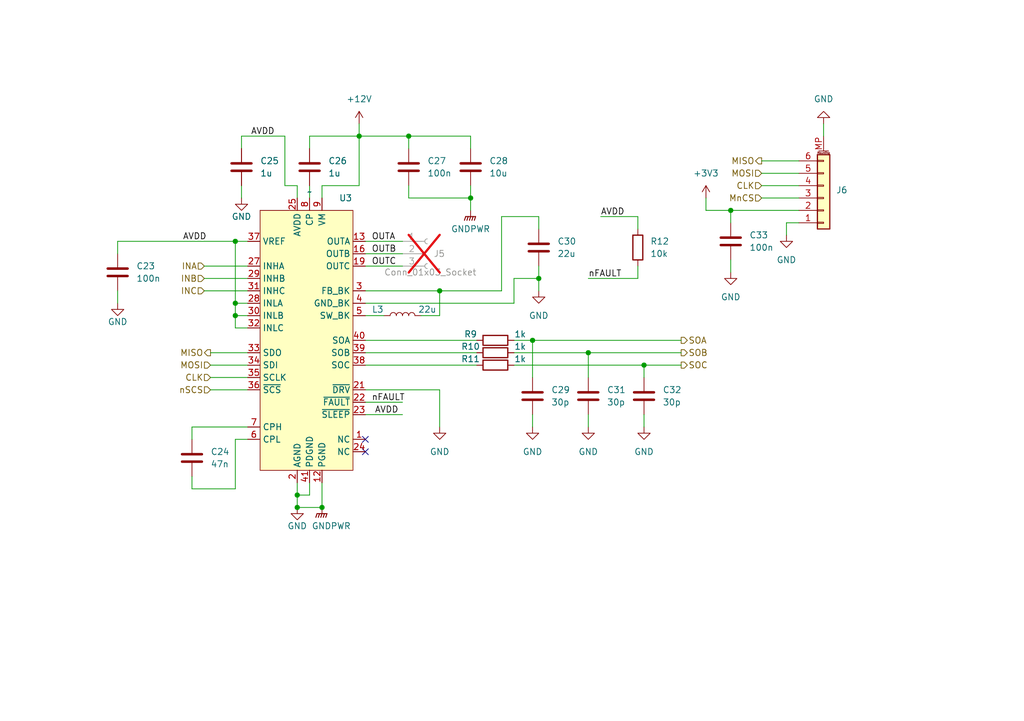
<source format=kicad_sch>
(kicad_sch (version 20231120) (generator "eeschema") (generator_version "8.0")
  (paper "A5")
  (lib_symbols
    (symbol "Connector:Conn_01x03_Socket" (pin_names (offset 1.016) hide)
      (property "Reference" "J" (at 0 5.08 0))
      (property "Value" "Conn_01x03_Socket" (at 0 -5.08 0))
      (symbol "Conn_01x03_Socket_1_1"
        (arc (start 0 -2.032) (mid -0.5058 -2.54) (end 0 -3.048) (stroke (width 0.1524)))
        (polyline (pts (xy -1.27 -2.54) (xy -0.508 -2.54)) (stroke (width 0.1524)))
        (polyline (pts (xy -1.27 0) (xy -0.508 0)) (stroke (width 0.1524)))
        (polyline (pts (xy -1.27 2.54) (xy -0.508 2.54)) (stroke (width 0.1524)))
        (arc (start 0 0.508) (mid -0.5058 0) (end 0 -0.508) (stroke (width 0.1524)))
        (arc (start 0 3.048) (mid -0.5058 2.54) (end 0 2.032) (stroke (width 0.1524)))
        (pin passive line (at -5.08 2.54 0) (length 3.81) (name "Pin_1") (number "1"))
        (pin passive line (at -5.08 0 0) (length 3.81) (name "Pin_2") (number "2"))
        (pin passive line (at -5.08 -2.54 0) (length 3.81) (name "Pin_3") (number "3"))
      )
    )
    (symbol "Connector_Generic_MountingPin:Conn_01x06_MountingPin" (pin_names (offset 1.016) hide)
      (property "Reference" "J" (at 0 7.62 0))
      (property "Value" "Conn_01x06_MountingPin" (at 1.27 -10.16 0))
      (symbol "Conn_01x06_MountingPin_1_1"
        (rectangle (start -1.27 -7.493) (end 0 -7.747) (stroke (width 0.1524)))
        (rectangle (start -1.27 -4.953) (end 0 -5.207) (stroke (width 0.1524)))
        (rectangle (start -1.27 -2.413) (end 0 -2.667) (stroke (width 0.1524)))
        (rectangle (start -1.27 0.127) (end 0 -0.127) (stroke (width 0.1524)))
        (rectangle (start -1.27 2.667) (end 0 2.413) (stroke (width 0.1524)))
        (rectangle (start -1.27 5.207) (end 0 4.953) (stroke (width 0.1524)))
        (rectangle (start -1.27 6.35) (end 1.27 -8.89) (stroke (width 0.254)) (fill (type background)))
        (polyline (pts (xy -1.016 -9.652) (xy 1.016 -9.652)) (stroke (width 0.1524)))
        (text "Mounting" (at 0 -9.271 0) (effects (font (size 0.381 0.381))))
        (pin passive line (at -5.08 5.08 0) (length 3.81) (name "Pin_1") (number "1"))
        (pin passive line (at -5.08 2.54 0) (length 3.81) (name "Pin_2") (number "2"))
        (pin passive line (at -5.08 0 0) (length 3.81) (name "Pin_3") (number "3"))
        (pin passive line (at -5.08 -2.54 0) (length 3.81) (name "Pin_4") (number "4"))
        (pin passive line (at -5.08 -5.08 0) (length 3.81) (name "Pin_5") (number "5"))
        (pin passive line (at -5.08 -7.62 0) (length 3.81) (name "Pin_6") (number "6"))
        (pin passive line (at 0 -12.7 90) (length 3.048) (name "MountPin") (number "MP"))
      )
    )
    (symbol "Device:C" (pin_numbers hide) (pin_names (offset 0.254))
      (property "Reference" "C" (at 0.635 2.54 0))
      (property "Value" "C" (at 0.635 -2.54 0))
      (symbol "C_0_1"
        (polyline (pts (xy -2.032 -0.762) (xy 2.032 -0.762)) (stroke (width 0.508)))
        (polyline (pts (xy -2.032 0.762) (xy 2.032 0.762)) (stroke (width 0.508)))
      )
      (symbol "C_1_1"
        (pin passive line (at 0 3.81 270) (length 2.794) (name "~") (number "1"))
        (pin passive line (at 0 -3.81 90) (length 2.794) (name "~") (number "2"))
      )
    )
    (symbol "Device:L" (pin_numbers hide) (pin_names (offset 1.016) hide)
      (property "Reference" "L" (at -1.27 0 90))
      (property "Value" "L" (at 1.905 0 90))
      (symbol "L_0_1"
        (arc (start 0 -2.54) (mid 0.6323 -1.905) (end 0 -1.27))
        (arc (start 0 -1.27) (mid 0.6323 -0.635) (end 0 0))
        (arc (start 0 0) (mid 0.6323 0.635) (end 0 1.27))
        (arc (start 0 1.27) (mid 0.6323 1.905) (end 0 2.54))
      )
      (symbol "L_1_1"
        (pin passive line (at 0 3.81 270) (length 1.27) (name "1") (number "1"))
        (pin passive line (at 0 -3.81 90) (length 1.27) (name "2") (number "2"))
      )
    )
    (symbol "Device:R" (pin_numbers hide) (pin_names (offset 0))
      (property "Reference" "R" (at 2.032 0 90))
      (property "Value" "R" (at 0 0 90))
      (symbol "R_0_1"
        (rectangle (start -1.016 -2.54) (end 1.016 2.54) (stroke (width 0.254)))
      )
      (symbol "R_1_1"
        (pin passive line (at 0 3.81 270) (length 1.27) (name "~") (number "1"))
        (pin passive line (at 0 -3.81 90) (length 1.27) (name "~") (number "2"))
      )
    )
    (symbol "MySymbols:DRV8316R"
      (property "Reference" "U1" (at 6.0041 -1.27 0))
      (property "Value" "~" (at 0 0 0))
      (symbol "DRV8316R_1_1"
        (rectangle (start -10.16 -3.81) (end 8.89 -57.15) (fill (type background)))
        (pin passive line (at 11.43 -50.8 180) (length 2.54) (name "NC") (number "1"))
        (pin power_in line (at 2.54 -1.27 270) (length 2.54) hide (name "VM") (number "10"))
        (pin power_in line (at 2.54 -1.27 270) (length 2.54) hide (name "VM") (number "11"))
        (pin power_in line (at 2.54 -59.69 90) (length 2.54) (name "PGND") (number "12"))
        (pin power_out line (at 11.43 -10.16 180) (length 2.54) (name "OUTA") (number "13"))
        (pin power_out line (at 11.43 -10.16 180) (length 2.54) hide (name "OUTA") (number "14"))
        (pin power_in line (at 2.54 -59.69 90) (length 2.54) hide (name "PGND") (number "15"))
        (pin power_out line (at 11.43 -12.7 180) (length 2.54) (name "OUTB") (number "16"))
        (pin power_out line (at 11.43 -12.7 180) (length 2.54) hide (name "OUTB") (number "17"))
        (pin power_in line (at 2.54 -59.69 90) (length 2.54) hide (name "PGND") (number "18"))
        (pin power_out line (at 11.43 -15.24 180) (length 2.54) (name "OUTC") (number "19"))
        (pin power_in line (at -2.54 -59.69 90) (length 2.54) (name "AGND") (number "2"))
        (pin power_out line (at 11.43 -15.24 180) (length 2.54) hide (name "OUTC") (number "20"))
        (pin input line (at 11.43 -40.64 180) (length 2.54) (name "~{DRV}") (number "21"))
        (pin output line (at 11.43 -43.18 180) (length 2.54) (name "~{FAULT}") (number "22"))
        (pin input line (at 11.43 -45.72 180) (length 2.54) (name "~{SLEEP}") (number "23"))
        (pin passive line (at 11.43 -53.34 180) (length 2.54) (name "NC") (number "24"))
        (pin power_out line (at -2.54 -1.27 270) (length 2.54) (name "AVDD") (number "25"))
        (pin power_in line (at -2.54 -59.69 90) (length 2.54) hide (name "AGND") (number "26"))
        (pin input line (at -12.7 -15.24 0) (length 2.54) (name "INHA") (number "27"))
        (pin input line (at -12.7 -22.86 0) (length 2.54) (name "INLA") (number "28"))
        (pin input line (at -12.7 -17.78 0) (length 2.54) (name "INHB") (number "29"))
        (pin input line (at 11.43 -20.32 180) (length 2.54) (name "FB_BK") (number "3"))
        (pin input line (at -12.7 -25.4 0) (length 2.54) (name "INLB") (number "30"))
        (pin input line (at -12.7 -20.32 0) (length 2.54) (name "INHC") (number "31"))
        (pin input line (at -12.7 -27.94 0) (length 2.54) (name "INLC") (number "32"))
        (pin bidirectional line (at -12.7 -33.02 0) (length 2.54) (name "SDO") (number "33"))
        (pin input line (at -12.7 -35.56 0) (length 2.54) (name "SDI") (number "34"))
        (pin input line (at -12.7 -38.1 0) (length 2.54) (name "SCLK") (number "35"))
        (pin input line (at -12.7 -40.64 0) (length 2.54) (name "~{SCS}") (number "36"))
        (pin input line (at -12.7 -10.16 0) (length 2.54) (name "VREF") (number "37"))
        (pin output line (at 11.43 -35.56 180) (length 2.54) (name "SOC") (number "38"))
        (pin output line (at 11.43 -33.02 180) (length 2.54) (name "SOB") (number "39"))
        (pin power_in line (at 11.43 -22.86 180) (length 2.54) (name "GND_BK") (number "4"))
        (pin output line (at 11.43 -30.48 180) (length 2.54) (name "SOA") (number "40"))
        (pin passive line (at 0 -59.69 90) (length 2.54) (name "PDGND") (number "41"))
        (pin power_out line (at 11.43 -25.4 180) (length 2.54) (name "SW_BK") (number "5"))
        (pin passive line (at -12.7 -50.8 0) (length 2.54) (name "CPL") (number "6"))
        (pin passive line (at -12.7 -48.26 0) (length 2.54) (name "CPH") (number "7"))
        (pin power_out line (at 0 -1.27 270) (length 2.54) (name "CP") (number "8"))
        (pin power_in line (at 2.54 -1.27 270) (length 2.54) (name "VM") (number "9"))
      )
    )
    (symbol "power:+12V" (power) (pin_names (offset 0))
      (property "Value" "+12V" (at 0 3.556 0))
      (symbol "+12V_0_1"
        (polyline (pts (xy -0.762 1.27) (xy 0 2.54)))
        (polyline (pts (xy 0 0) (xy 0 2.54)))
        (polyline (pts (xy 0 2.54) (xy 0.762 1.27)))
      )
      (symbol "+12V_1_1"
        (pin power_in line (at 0 0 90) (length 0) hide (name "+12V") (number "1"))
      )
    )
    (symbol "power:+3V3" (power) (pin_names (offset 0))
      (property "Value" "+3V3" (at 0 3.556 0))
      (symbol "+3V3_0_1"
        (polyline (pts (xy -0.762 1.27) (xy 0 2.54)))
        (polyline (pts (xy 0 0) (xy 0 2.54)))
        (polyline (pts (xy 0 2.54) (xy 0.762 1.27)))
      )
      (symbol "+3V3_1_1"
        (pin power_in line (at 0 0 90) (length 0) hide (name "+3V3") (number "1"))
      )
    )
    (symbol "power:GND" (power) (pin_names (offset 0))
      (property "Value" "GND" (at 0 -3.81 0))
      (symbol "GND_0_1"
        (polyline (pts (xy 0 0) (xy 0 -1.27) (xy 1.27 -1.27) (xy 0 -2.54) (xy -1.27 -1.27) (xy 0 -1.27)))
      )
      (symbol "GND_1_1"
        (pin power_in line (at 0 0 270) (length 0) hide (name "GND") (number "1"))
      )
    )
    (symbol "power:GNDPWR" (power) (pin_names (offset 0))
      (property "Value" "GNDPWR" (at 0 -3.302 0))
      (symbol "GNDPWR_0_1"
        (polyline (pts (xy 0 -1.27) (xy 0 0)))
        (polyline (pts (xy -1.016 -1.27) (xy -1.27 -2.032) (xy -1.27 -2.032)) (stroke (width 0.2032)))
        (polyline (pts (xy -0.508 -1.27) (xy -0.762 -2.032) (xy -0.762 -2.032)) (stroke (width 0.2032)))
        (polyline (pts (xy 0 -1.27) (xy -0.254 -2.032) (xy -0.254 -2.032)) (stroke (width 0.2032)))
        (polyline (pts (xy 0.508 -1.27) (xy 0.254 -2.032) (xy 0.254 -2.032)) (stroke (width 0.2032)))
        (polyline (pts (xy 1.016 -1.27) (xy -1.016 -1.27) (xy -1.016 -1.27)) (stroke (width 0.2032)))
        (polyline (pts (xy 1.016 -1.27) (xy 0.762 -2.032) (xy 0.762 -2.032) (xy 0.762 -2.032)) (stroke (width 0.2032)))
      )
      (symbol "GNDPWR_1_1"
        (pin power_in line (at 0 0 270) (length 0) hide (name "GNDPWR") (number "1"))
      )
    )
  )
  (junction (at 48.26 49.53))
  (junction (at 83.82 27.94))
  (junction (at 96.52 40.64))
  (junction (at 73.66 27.94))
  (junction (at 60.96 104.14))
  (junction (at 132.08 74.93))
  (junction (at 66.04 104.14))
  (junction (at 110.49 57.15))
  (junction (at 90.17 59.69))
  (junction (at 48.26 62.23))
  (junction (at 149.86 43.18))
  (junction (at 60.96 101.6))
  (junction (at 109.22 69.85))
  (junction (at 120.65 72.39))
  (junction (at 48.26 64.77))
  (no_connect (at 74.93 90.17))
  (no_connect (at 74.93 92.71))
  (wire (pts (xy 144.78 43.18) (xy 144.78 40.64)))
  (wire (pts (xy 39.37 87.63) (xy 50.8 87.63)))
  (wire (pts (xy 63.5 27.94) (xy 73.66 27.94)))
  (wire (pts (xy 168.91 25.4) (xy 168.91 27.94)))
  (wire (pts (xy 83.82 40.64) (xy 96.52 40.64)))
  (wire (pts (xy 73.66 27.94) (xy 73.66 38.1)))
  (wire (pts (xy 74.93 54.61) (xy 82.55 54.61)))
  (wire (pts (xy 123.19 44.45) (xy 130.81 44.45)))
  (wire (pts (xy 24.13 49.53) (xy 24.13 52.07)))
  (wire (pts (xy 90.17 87.63) (xy 90.17 80.01)))
  (wire (pts (xy 43.18 77.47) (xy 50.8 77.47)))
  (wire (pts (xy 74.93 80.01) (xy 90.17 80.01)))
  (wire (pts (xy 90.17 59.69) (xy 102.87 59.69)))
  (wire (pts (xy 130.81 44.45) (xy 130.81 46.99)))
  (wire (pts (xy 110.49 54.61) (xy 110.49 57.15)))
  (wire (pts (xy 110.49 57.15) (xy 105.41 57.15)))
  (wire (pts (xy 74.93 74.93) (xy 97.79 74.93)))
  (wire (pts (xy 156.21 38.1) (xy 163.83 38.1)))
  (wire (pts (xy 48.26 100.33) (xy 39.37 100.33)))
  (wire (pts (xy 48.26 67.31) (xy 50.8 67.31)))
  (wire (pts (xy 73.66 38.1) (xy 66.04 38.1)))
  (wire (pts (xy 60.96 40.64) (xy 60.96 38.1)))
  (wire (pts (xy 41.91 54.61) (xy 50.8 54.61)))
  (wire (pts (xy 24.13 59.69) (xy 24.13 62.23)))
  (wire (pts (xy 63.5 38.1) (xy 63.5 40.64)))
  (wire (pts (xy 63.5 30.48) (xy 63.5 27.94)))
  (wire (pts (xy 132.08 85.09) (xy 132.08 87.63)))
  (wire (pts (xy 130.81 57.15) (xy 130.81 54.61)))
  (wire (pts (xy 96.52 30.48) (xy 96.52 27.94)))
  (wire (pts (xy 132.08 74.93) (xy 139.7 74.93)))
  (wire (pts (xy 156.21 35.56) (xy 163.83 35.56)))
  (wire (pts (xy 74.93 72.39) (xy 97.79 72.39)))
  (wire (pts (xy 43.18 74.93) (xy 50.8 74.93)))
  (wire (pts (xy 74.93 85.09) (xy 82.55 85.09)))
  (wire (pts (xy 156.21 33.02) (xy 163.83 33.02)))
  (wire (pts (xy 48.26 64.77) (xy 48.26 67.31)))
  (wire (pts (xy 149.86 53.34) (xy 149.86 55.88)))
  (wire (pts (xy 49.53 30.48) (xy 49.53 27.94)))
  (wire (pts (xy 149.86 43.18) (xy 149.86 45.72)))
  (wire (pts (xy 96.52 38.1) (xy 96.52 40.64)))
  (wire (pts (xy 48.26 49.53) (xy 50.8 49.53)))
  (wire (pts (xy 74.93 69.85) (xy 97.79 69.85)))
  (wire (pts (xy 60.96 99.06) (xy 60.96 101.6)))
  (wire (pts (xy 105.41 57.15) (xy 105.41 62.23)))
  (wire (pts (xy 74.93 49.53) (xy 82.55 49.53)))
  (wire (pts (xy 110.49 44.45) (xy 110.49 46.99)))
  (wire (pts (xy 161.29 48.26) (xy 161.29 45.72)))
  (wire (pts (xy 48.26 62.23) (xy 50.8 62.23)))
  (wire (pts (xy 156.21 40.64) (xy 163.83 40.64)))
  (wire (pts (xy 63.5 101.6) (xy 63.5 99.06)))
  (wire (pts (xy 132.08 74.93) (xy 132.08 77.47)))
  (wire (pts (xy 39.37 90.17) (xy 39.37 87.63)))
  (wire (pts (xy 90.17 59.69) (xy 74.93 59.69)))
  (wire (pts (xy 66.04 99.06) (xy 66.04 104.14)))
  (wire (pts (xy 49.53 38.1) (xy 49.53 40.64)))
  (wire (pts (xy 161.29 45.72) (xy 163.83 45.72)))
  (wire (pts (xy 109.22 85.09) (xy 109.22 87.63)))
  (wire (pts (xy 24.13 49.53) (xy 48.26 49.53)))
  (wire (pts (xy 48.26 90.17) (xy 48.26 100.33)))
  (wire (pts (xy 120.65 72.39) (xy 120.65 77.47)))
  (wire (pts (xy 105.41 74.93) (xy 132.08 74.93)))
  (wire (pts (xy 83.82 40.64) (xy 83.82 38.1)))
  (wire (pts (xy 83.82 30.48) (xy 83.82 27.94)))
  (wire (pts (xy 48.26 49.53) (xy 48.26 62.23)))
  (wire (pts (xy 41.91 59.69) (xy 50.8 59.69)))
  (wire (pts (xy 48.26 64.77) (xy 50.8 64.77)))
  (wire (pts (xy 109.22 77.47) (xy 109.22 69.85)))
  (wire (pts (xy 73.66 27.94) (xy 83.82 27.94)))
  (wire (pts (xy 105.41 72.39) (xy 120.65 72.39)))
  (wire (pts (xy 96.52 40.64) (xy 96.52 43.18)))
  (wire (pts (xy 90.17 64.77) (xy 90.17 59.69)))
  (wire (pts (xy 41.91 57.15) (xy 50.8 57.15)))
  (wire (pts (xy 74.93 82.55) (xy 82.55 82.55)))
  (wire (pts (xy 43.18 72.39) (xy 50.8 72.39)))
  (wire (pts (xy 50.8 90.17) (xy 48.26 90.17)))
  (wire (pts (xy 43.18 80.01) (xy 50.8 80.01)))
  (wire (pts (xy 102.87 59.69) (xy 102.87 44.45)))
  (wire (pts (xy 60.96 38.1) (xy 58.42 38.1)))
  (wire (pts (xy 66.04 38.1) (xy 66.04 40.64)))
  (wire (pts (xy 73.66 25.4) (xy 73.66 27.94)))
  (wire (pts (xy 74.93 52.07) (xy 82.55 52.07)))
  (wire (pts (xy 48.26 62.23) (xy 48.26 64.77)))
  (wire (pts (xy 120.65 57.15) (xy 130.81 57.15)))
  (wire (pts (xy 109.22 69.85) (xy 105.41 69.85)))
  (wire (pts (xy 60.96 101.6) (xy 63.5 101.6)))
  (wire (pts (xy 120.65 85.09) (xy 120.65 87.63)))
  (wire (pts (xy 109.22 69.85) (xy 139.7 69.85)))
  (wire (pts (xy 74.93 64.77) (xy 78.74 64.77)))
  (wire (pts (xy 149.86 43.18) (xy 163.83 43.18)))
  (wire (pts (xy 60.96 101.6) (xy 60.96 104.14)))
  (wire (pts (xy 96.52 27.94) (xy 83.82 27.94)))
  (wire (pts (xy 49.53 27.94) (xy 58.42 27.94)))
  (wire (pts (xy 39.37 100.33) (xy 39.37 97.79)))
  (wire (pts (xy 60.96 104.14) (xy 66.04 104.14)))
  (wire (pts (xy 144.78 43.18) (xy 149.86 43.18)))
  (wire (pts (xy 110.49 57.15) (xy 110.49 59.69)))
  (wire (pts (xy 102.87 44.45) (xy 110.49 44.45)))
  (wire (pts (xy 58.42 38.1) (xy 58.42 27.94)))
  (wire (pts (xy 120.65 72.39) (xy 139.7 72.39)))
  (wire (pts (xy 86.36 64.77) (xy 90.17 64.77)))
  (wire (pts (xy 74.93 62.23) (xy 105.41 62.23)))
  (label "AVDD" (at 37.465 49.53 0))
  (label "OUTC" (at 76.2 54.61 0))
  (label "nFAULT" (at 76.2 82.55 0))
  (label "AVDD" (at 51.435 27.94 0))
  (label "AVDD" (at 123.19 44.45 0))
  (label "AVDD" (at 76.835 85.09 0))
  (label "OUTB" (at 76.2 52.07 0))
  (label "OUTA" (at 76.2 49.53 0))
  (label "nFAULT" (at 120.65 57.15 0))
  (hierarchical_label "MISO" (shape output) (at 43.18 72.39 180))
  (hierarchical_label "SOA" (shape output) (at 139.7 69.85 0))
  (hierarchical_label "CLK" (shape input) (at 156.21 38.1 180))
  (hierarchical_label "INB" (shape input) (at 41.91 57.15 180))
  (hierarchical_label "nSCS" (shape input) (at 43.18 80.01 180))
  (hierarchical_label "SOC" (shape output) (at 139.7 74.93 0))
  (hierarchical_label "SOB" (shape output) (at 139.7 72.39 0))
  (hierarchical_label "MOSI" (shape input) (at 156.21 35.56 180))
  (hierarchical_label "MISO" (shape output) (at 156.21 33.02 180))
  (hierarchical_label "CLK" (shape input) (at 43.18 77.47 180))
  (hierarchical_label "INA" (shape input) (at 41.91 54.61 180))
  (hierarchical_label "MOSI" (shape input) (at 43.18 74.93 180))
  (hierarchical_label "INC" (shape input) (at 41.91 59.69 180))
  (hierarchical_label "MnCS" (shape input) (at 156.21 40.64 180))
  (symbol (lib_id "power:GND") (at 49.53 40.64 0) (unit 1)
    (property "Reference" "#PWR011" (effects (hide yes)))
    (property "Value" "GND" (at 49.53 44.45 0))
    (instances (project "Ruben" (path "" (reference "#PWR028") (unit 1)) (path "" (reference "#PWR013") (unit 1)) (path "" (reference "#PWR041") (unit 1)) (path "" (reference "#PWR011") (unit 1)) (path "" (reference "#PWR054") (unit 1))))
  )
  (symbol (lib_id "Device:C") (at 96.52 34.29 180) (unit 1)
    (property "Reference" "C7" (at 100.33 33.02 0) (effects (justify right)))
    (property "Value" "10u" (at 100.33 35.56 0) (effects (justify right)))
    (property "Footprint" "Capacitor_SMD:C_0603_1608Metric" (effects (hide yes)))
    (property "LCSC" "C96446" (effects (hide yes)))
    (instances (project "Ruben" (path "" (reference "C28") (unit 1)) (path "" (reference "C17") (unit 1)) (path "" (reference "C39") (unit 1)) (path "" (reference "C7") (unit 1)) (path "" (reference "C50") (unit 1))))
  )
  (symbol (lib_id "Connector_Generic_MountingPin:Conn_01x06_MountingPin") (at 168.91 40.64 0) (mirror x) (unit 1)
    (property "Reference" "J2" (at 171.45 39.0144 0) (effects (justify left)))
    (property "Value" "Conn_01x06_MountingPin" (effects (hide yes)))
    (property "Footprint" "Connector_Molex:Molex_PicoBlade_53261-0671_1x06-1MP_P1.25mm_Horizontal" (effects (hide yes)))
    (property "LCSC" "C99277" (effects (hide yes)))
    (instances (project "Ruben" (path "" (reference "J6") (unit 1)) (path "" (reference "J4") (unit 1)) (path "" (reference "J8") (unit 1)) (path "" (reference "J2") (unit 1)) (path "" (reference "J10") (unit 1))))
  )
  (symbol (lib_id "Device:C") (at 39.37 93.98 180) (unit 1)
    (property "Reference" "C1" (at 43.18 92.71 0) (effects (justify right)))
    (property "Value" "47n" (at 43.18 95.25 0) (effects (justify right)))
    (property "Footprint" "Capacitor_SMD:C_0603_1608Metric" (effects (hide yes)))
    (instances (project "Ruben" (path "" (reference "C24") (unit 1)) (path "" (reference "C13") (unit 1)) (path "" (reference "C35") (unit 1)) (path "" (reference "C1") (unit 1)) (path "" (reference "C46") (unit 1))))
  )
  (symbol (lib_id "power:GNDPWR") (at 66.04 104.14 0) (unit 1)
    (property "Reference" "#PWR04" (effects (hide yes)))
    (property "Value" "GNDPWR" (at 67.945 107.95 0))
    (instances (project "Ruben" (path "" (reference "#PWR030") (unit 1)) (path "" (reference "#PWR017") (unit 1)) (path "" (reference "#PWR043") (unit 1)) (path "" (reference "#PWR04") (unit 1)) (path "" (reference "#PWR056") (unit 1))))
  )
  (symbol (lib_id "Device:R") (at 130.81 50.8 0) (unit 1)
    (property "Reference" "R4" (at 133.35 49.53 0) (effects (justify left)))
    (property "Value" "10k" (at 133.35 52.07 0) (effects (justify left)))
    (property "Footprint" "Resistor_SMD:R_0402_1005Metric" (effects (hide yes)))
    (property "LCSC" "C25744" (effects (hide yes)))
    (instances (project "Ruben" (path "" (reference "R12") (unit 1)) (path "" (reference "R8") (unit 1)) (path "" (reference "R16") (unit 1)) (path "" (reference "R4") (unit 1)) (path "" (reference "R20") (unit 1))))
  )
  (symbol (lib_id "power:GNDPWR") (at 96.52 43.18 0) (unit 1)
    (property "Reference" "#PWR08" (effects (hide yes)))
    (property "Value" "GNDPWR" (at 96.52 46.99 0))
    (instances (project "Ruben" (path "" (reference "#PWR033") (unit 1)) (path "" (reference "#PWR020") (unit 1)) (path "" (reference "#PWR046") (unit 1)) (path "" (reference "#PWR08") (unit 1)) (path "" (reference "#PWR059") (unit 1))))
  )
  (symbol (lib_id "power:GND") (at 60.96 104.14 0) (unit 1)
    (property "Reference" "#PWR02" (effects (hide yes)))
    (property "Value" "GND" (at 60.96 107.95 0))
    (instances (project "Ruben" (path "" (reference "#PWR029") (unit 1)) (path "" (reference "#PWR016") (unit 1)) (path "" (reference "#PWR042") (unit 1)) (path "" (reference "#PWR02") (unit 1)) (path "" (reference "#PWR055") (unit 1))))
  )
  (symbol (lib_id "Device:R") (at 101.6 69.85 270) (unit 1)
    (property "Reference" "R1" (at 96.52 68.58 90))
    (property "Value" "1k" (at 106.68 68.58 90))
    (property "Footprint" "Resistor_SMD:R_0402_1005Metric" (effects (hide yes)))
    (property "LCSC" "C11702" (effects (hide yes)))
    (instances (project "Ruben" (path "" (reference "R9") (unit 1)) (path "" (reference "R5") (unit 1)) (path "" (reference "R13") (unit 1)) (path "" (reference "R1") (unit 1)) (path "" (reference "R17") (unit 1))))
  )
  (symbol (lib_id "power:GND") (at 110.49 59.69 0) (unit 1)
    (property "Reference" "#PWR015" (effects (hide yes)))
    (property "Value" "GND" (at 110.49 64.77 0))
    (instances (project "Ruben" (path "" (reference "#PWR035") (unit 1)) (path "" (reference "#PWR022") (unit 1)) (path "" (reference "#PWR048") (unit 1)) (path "" (reference "#PWR015") (unit 1)) (path "" (reference "#PWR061") (unit 1))))
  )
  (symbol (lib_id "power:GND") (at 149.86 55.88 0) (unit 1)
    (property "Reference" "#PWR09" (effects (hide yes)))
    (property "Value" "GND" (at 149.86 60.96 0))
    (instances (project "Ruben" (path "" (reference "#PWR038") (unit 1)) (path "" (reference "#PWR025") (unit 1)) (path "" (reference "#PWR051") (unit 1)) (path "" (reference "#PWR09") (unit 1)) (path "" (reference "#PWR064") (unit 1))))
  )
  (symbol (lib_id "power:GND") (at 90.17 87.63 0) (unit 1)
    (property "Reference" "#PWR014" (effects (hide yes)))
    (property "Value" "GND" (at 90.17 92.71 0))
    (instances (project "Ruben" (path "" (reference "#PWR032") (unit 1)) (path "" (reference "#PWR019") (unit 1)) (path "" (reference "#PWR045") (unit 1)) (path "" (reference "#PWR014") (unit 1)) (path "" (reference "#PWR058") (unit 1))))
  )
  (symbol (lib_id "power:GND") (at 132.08 87.63 0) (unit 1)
    (property "Reference" "#PWR06" (effects (hide yes)))
    (property "Value" "GND" (at 132.08 92.71 0))
    (instances (project "Ruben" (path "" (reference "#PWR037") (unit 1)) (path "" (reference "#PWR024") (unit 1)) (path "" (reference "#PWR050") (unit 1)) (path "" (reference "#PWR06") (unit 1)) (path "" (reference "#PWR063") (unit 1))))
  )
  (symbol (lib_id "power:+12V") (at 73.66 25.4 0) (unit 1)
    (property "Reference" "#PWR01" (effects (hide yes)))
    (property "Value" "+12V" (at 73.66 20.32 0))
    (instances (project "Ruben" (path "" (reference "#PWR031") (unit 1)) (path "" (reference "#PWR018") (unit 1)) (path "" (reference "#PWR044") (unit 1)) (path "" (reference "#PWR01") (unit 1)) (path "" (reference "#PWR057") (unit 1))))
  )
  (symbol (lib_id "power:GND") (at 161.29 48.26 0) (unit 1)
    (property "Reference" "#PWR07" (effects (hide yes)))
    (property "Value" "GND" (at 161.29 53.34 0))
    (instances (project "Ruben" (path "" (reference "#PWR039") (unit 1)) (path "" (reference "#PWR026") (unit 1)) (path "" (reference "#PWR052") (unit 1)) (path "" (reference "#PWR07") (unit 1)) (path "" (reference "#PWR065") (unit 1))))
  )
  (symbol (lib_id "power:GND") (at 120.65 87.63 0) (unit 1)
    (property "Reference" "#PWR05" (effects (hide yes)))
    (property "Value" "GND" (at 120.65 92.71 0))
    (instances (project "Ruben" (path "" (reference "#PWR036") (unit 1)) (path "" (reference "#PWR023") (unit 1)) (path "" (reference "#PWR049") (unit 1)) (path "" (reference "#PWR05") (unit 1)) (path "" (reference "#PWR062") (unit 1))))
  )
  (symbol (lib_id "Device:C") (at 24.13 55.88 180) (unit 1)
    (property "Reference" "C9" (at 27.94 54.61 0) (effects (justify right)))
    (property "Value" "100n" (at 27.94 57.15 0) (effects (justify right)))
    (property "Footprint" "Capacitor_SMD:C_0402_1005Metric" (effects (hide yes)))
    (property "LCSC" "C307331" (effects (hide yes)))
    (instances (project "Ruben" (path "" (reference "C23") (unit 1)) (path "" (reference "C12") (unit 1)) (path "" (reference "C34") (unit 1)) (path "" (reference "C9") (unit 1)) (path "" (reference "C45") (unit 1))))
  )
  (symbol (lib_id "Device:C") (at 63.5 34.29 180) (unit 1)
    (property "Reference" "C2" (at 67.31 33.02 0) (effects (justify right)))
    (property "Value" "1u" (at 67.31 35.56 0) (effects (justify right)))
    (property "Footprint" "Capacitor_SMD:C_0402_1005Metric" (effects (hide yes)))
    (instances (project "Ruben" (path "" (reference "C26") (unit 1)) (path "" (reference "C15") (unit 1)) (path "" (reference "C37") (unit 1)) (path "" (reference "C2") (unit 1)) (path "" (reference "C48") (unit 1))))
  )
  (symbol (lib_id "power:GND") (at 168.91 25.4 180) (unit 1)
    (property "Reference" "#PWR071" (effects (hide yes)))
    (property "Value" "GND" (at 168.91 20.32 0))
    (instances (project "Ruben" (path "" (reference "#PWR089") (unit 1)) (path "" (reference "#PWR088") (unit 1)) (path "" (reference "#PWR090") (unit 1)) (path "" (reference "#PWR071") (unit 1)) (path "" (reference "#PWR091") (unit 1))))
  )
  (symbol (lib_id "power:GND") (at 24.13 62.23 0) (unit 1)
    (property "Reference" "#PWR012" (effects (hide yes)))
    (property "Value" "GND" (at 24.13 66.04 0))
    (instances (project "Ruben" (path "" (reference "#PWR027") (unit 1)) (path "" (reference "#PWR010") (unit 1)) (path "" (reference "#PWR040") (unit 1)) (path "" (reference "#PWR012") (unit 1)) (path "" (reference "#PWR053") (unit 1))))
  )
  (symbol (lib_id "Device:R") (at 101.6 72.39 270) (unit 1)
    (property "Reference" "R2" (at 96.52 71.12 90))
    (property "Value" "1k" (at 106.68 71.12 90))
    (property "Footprint" "Resistor_SMD:R_0402_1005Metric" (effects (hide yes)))
    (property "LCSC" "C11702" (effects (hide yes)))
    (instances (project "Ruben" (path "" (reference "R10") (unit 1)) (path "" (reference "R6") (unit 1)) (path "" (reference "R14") (unit 1)) (path "" (reference "R2") (unit 1)) (path "" (reference "R18") (unit 1))))
  )
  (symbol (lib_id "power:+3V3") (at 144.78 40.64 0) (unit 1)
    (property "Reference" "#PWR069" (effects (hide yes)))
    (property "Value" "+3V3" (at 144.78 35.56 0))
    (instances (project "Ruben" (path "" (reference "#PWR085") (unit 1)) (path "" (reference "#PWR084") (unit 1)) (path "" (reference "#PWR086") (unit 1)) (path "" (reference "#PWR069") (unit 1)) (path "" (reference "#PWR087") (unit 1))))
  )
  (symbol (lib_id "Connector:Conn_01x03_Socket") (at 87.63 52.07 0) (unit 1) (dnp yes)
    (property "Reference" "J1" (at 88.9 52.07 0) (effects (justify left)))
    (property "Value" "Conn_01x03_Socket" (at 78.74 55.88 0) (effects (justify left)))
    (property "Footprint" "Connector_JST:JST_XH_S3B-XH-A_1x03_P2.50mm_Horizontal" (effects (hide yes)))
    (instances (project "Ruben" (path "" (reference "J5") (unit 1)) (path "" (reference "J3") (unit 1)) (path "" (reference "J7") (unit 1)) (path "" (reference "J1") (unit 1)) (path "" (reference "J9") (unit 1))))
  )
  (symbol (lib_id "Device:C") (at 83.82 34.29 180) (unit 1)
    (property "Reference" "C6" (at 87.63 33.02 0) (effects (justify right)))
    (property "Value" "100n" (at 87.63 35.56 0) (effects (justify right)))
    (property "Footprint" "Capacitor_SMD:C_0402_1005Metric" (effects (hide yes)))
    (property "LCSC" "C307331" (effects (hide yes)))
    (instances (project "Ruben" (path "" (reference "C27") (unit 1)) (path "" (reference "C16") (unit 1)) (path "" (reference "C38") (unit 1)) (path "" (reference "C6") (unit 1)) (path "" (reference "C49") (unit 1))))
  )
  (symbol (lib_id "Device:C") (at 49.53 34.29 180) (unit 1)
    (property "Reference" "C8" (at 53.34 33.02 0) (effects (justify right)))
    (property "Value" "1u" (at 53.34 35.56 0) (effects (justify right)))
    (property "Footprint" "Capacitor_SMD:C_0402_1005Metric" (effects (hide yes)))
    (instances (project "Ruben" (path "" (reference "C25") (unit 1)) (path "" (reference "C14") (unit 1)) (path "" (reference "C36") (unit 1)) (path "" (reference "C8") (unit 1)) (path "" (reference "C47") (unit 1))))
  )
  (symbol (lib_id "power:GND") (at 109.22 87.63 0) (unit 1)
    (property "Reference" "#PWR03" (effects (hide yes)))
    (property "Value" "GND" (at 109.22 92.71 0))
    (instances (project "Ruben" (path "" (reference "#PWR034") (unit 1)) (path "" (reference "#PWR021") (unit 1)) (path "" (reference "#PWR047") (unit 1)) (path "" (reference "#PWR03") (unit 1)) (path "" (reference "#PWR060") (unit 1))))
  )
  (symbol (lib_id "Device:R") (at 101.6 74.93 270) (unit 1)
    (property "Reference" "R3" (at 96.52 73.66 90))
    (property "Value" "1k" (at 106.68 73.66 90))
    (property "Footprint" "Resistor_SMD:R_0402_1005Metric" (effects (hide yes)))
    (property "LCSC" "C11702" (effects (hide yes)))
    (instances (project "Ruben" (path "" (reference "R11") (unit 1)) (path "" (reference "R7") (unit 1)) (path "" (reference "R15") (unit 1)) (path "" (reference "R3") (unit 1)) (path "" (reference "R19") (unit 1))))
  )
  (symbol (lib_id "MySymbols:DRV8316R") (at 63.5 39.37 0) (unit 1)
    (property "Reference" "U1" (at 69.5041 40.64 0) (effects (justify left)))
    (property "Value" "~" (at 63.5 39.37 0))
    (property "Footprint" "MyLibrary:VQFN-40" (effects (hide yes)))
    (property "Datasheet" "https://www.ti.com/lit/ds/symlink/drv8316.pdf?ts=1705828071528" (effects (hide yes)))
    (instances (project "Ruben" (path "" (reference "U3") (unit 1)) (path "" (reference "U2") (unit 1)) (path "" (reference "U4") (unit 1)) (path "" (reference "U1") (unit 1)) (path "" (reference "U5") (unit 1))))
  )
  (symbol (lib_id "Device:C") (at 120.65 81.28 180) (unit 1)
    (property "Reference" "C4" (at 124.46 80.01 0) (effects (justify right)))
    (property "Value" "30p" (at 124.46 82.55 0) (effects (justify right)))
    (property "Footprint" "Capacitor_SMD:C_0402_1005Metric" (effects (hide yes)))
    (property "LCSC" "C1570" (effects (hide yes)))
    (instances (project "Ruben" (path "" (reference "C31") (unit 1)) (path "" (reference "C20") (unit 1)) (path "" (reference "C42") (unit 1)) (path "" (reference "C4") (unit 1)) (path "" (reference "C53") (unit 1))))
  )
  (symbol (lib_id "Device:C") (at 110.49 50.8 180) (unit 1)
    (property "Reference" "C10" (at 114.3 49.53 0) (effects (justify right)))
    (property "Value" "22u" (at 114.3 52.07 0) (effects (justify right)))
    (property "Footprint" "Capacitor_SMD:C_0603_1608Metric" (effects (hide yes)))
    (property "LCSC" "C59461" (effects (hide yes)))
    (instances (project "Ruben" (path "" (reference "C30") (unit 1)) (path "" (reference "C19") (unit 1)) (path "" (reference "C41") (unit 1)) (path "" (reference "C10") (unit 1)) (path "" (reference "C52") (unit 1))))
  )
  (symbol (lib_id "Device:C") (at 132.08 81.28 180) (unit 1)
    (property "Reference" "C5" (at 135.89 80.01 0) (effects (justify right)))
    (property "Value" "30p" (at 135.89 82.55 0) (effects (justify right)))
    (property "Footprint" "Capacitor_SMD:C_0402_1005Metric" (effects (hide yes)))
    (property "LCSC" "C1570" (effects (hide yes)))
    (instances (project "Ruben" (path "" (reference "C32") (unit 1)) (path "" (reference "C21") (unit 1)) (path "" (reference "C43") (unit 1)) (path "" (reference "C5") (unit 1)) (path "" (reference "C54") (unit 1))))
  )
  (symbol (lib_id "Device:L") (at 82.55 64.77 90) (unit 1)
    (property "Reference" "L1" (at 77.47 63.5 90))
    (property "Value" "22u" (at 87.63 63.5 90))
    (property "Footprint" "Inductor_SMD:L_0805_2012Metric" (effects (hide yes)))
    (property "LCSC" "C32375" (effects (hide yes)))
    (instances (project "Ruben" (path "" (reference "L3") (unit 1)) (path "" (reference "L2") (unit 1)) (path "" (reference "L4") (unit 1)) (path "" (reference "L1") (unit 1)) (path "" (reference "L5") (unit 1))))
  )
  (symbol (lib_id "Device:C") (at 149.86 49.53 180) (unit 1)
    (property "Reference" "C11" (at 153.67 48.26 0) (effects (justify right)))
    (property "Value" "100n" (at 153.67 50.8 0) (effects (justify right)))
    (property "Footprint" "Capacitor_SMD:C_0402_1005Metric" (effects (hide yes)))
    (property "LCSC" "C307331" (effects (hide yes)))
    (instances (project "Ruben" (path "" (reference "C33") (unit 1)) (path "" (reference "C22") (unit 1)) (path "" (reference "C44") (unit 1)) (path "" (reference "C11") (unit 1)) (path "" (reference "C55") (unit 1))))
  )
  (symbol (lib_id "Device:C") (at 109.22 81.28 180) (unit 1)
    (property "Reference" "C3" (at 113.03 80.01 0) (effects (justify right)))
    (property "Value" "30p" (at 113.03 82.55 0) (effects (justify right)))
    (property "Footprint" "Capacitor_SMD:C_0402_1005Metric" (effects (hide yes)))
    (property "LCSC" "C1570" (effects (hide yes)))
    (instances (project "Ruben" (path "" (reference "C29") (unit 1)) (path "" (reference "C18") (unit 1)) (path "" (reference "C40") (unit 1)) (path "" (reference "C3") (unit 1)) (path "" (reference "C51") (unit 1))))
  )
)
</source>
